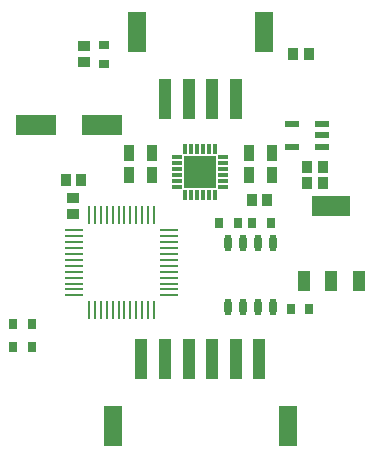
<source format=gtp>
G04 Layer_Color=7318015*
%FSAX44Y44*%
%MOMM*%
G71*
G01*
G75*
%ADD11R,1.6002X3.5052*%
%ADD12R,1.0160X3.5052*%
%ADD13R,2.6670X2.6670*%
%ADD14R,0.3048X0.8500*%
%ADD15R,0.8500X0.3048*%
%ADD16R,0.9000X1.3500*%
%ADD17R,0.7000X0.9000*%
%ADD18R,0.9000X0.7000*%
%ADD19R,0.9000X1.0000*%
%ADD20R,1.0000X0.9000*%
%ADD21O,0.6000X1.4500*%
%ADD22R,3.2500X1.7000*%
%ADD23R,1.0000X1.7000*%
%ADD24R,1.1684X0.6096*%
%ADD25R,3.4000X1.8000*%
%ADD26O,1.5500X0.2500*%
%ADD27O,0.2500X1.5500*%
D11*
X00116000Y00022850D02*
D03*
X00264000D02*
D03*
X00244000Y00357150D02*
D03*
X00136000D02*
D03*
D12*
X00240000Y00080000D02*
D03*
X00220000D02*
D03*
X00200000D02*
D03*
X00180000D02*
D03*
X00160000D02*
D03*
X00140000D02*
D03*
X00160000Y00300000D02*
D03*
X00180000D02*
D03*
X00200000D02*
D03*
X00220000D02*
D03*
D13*
X00190000Y00238505D02*
D03*
D14*
X00202500Y00218947D02*
D03*
X00197500D02*
D03*
X00192500D02*
D03*
X00187460D02*
D03*
X00182380D02*
D03*
X00177300D02*
D03*
Y00258005D02*
D03*
X00182380D02*
D03*
X00187460D02*
D03*
X00192500D02*
D03*
X00197500D02*
D03*
X00202500D02*
D03*
D15*
X00170442Y00225805D02*
D03*
Y00230885D02*
D03*
Y00235965D02*
D03*
Y00241005D02*
D03*
Y00246005D02*
D03*
Y00251005D02*
D03*
X00209500D02*
D03*
Y00246005D02*
D03*
Y00241005D02*
D03*
Y00235965D02*
D03*
Y00230885D02*
D03*
Y00225805D02*
D03*
D16*
X00230790Y00254505D02*
D03*
X00250290D02*
D03*
X00230790Y00235505D02*
D03*
X00250290D02*
D03*
X00149210Y00254505D02*
D03*
X00129710D02*
D03*
X00149210Y00235505D02*
D03*
X00129710D02*
D03*
D17*
X00031370Y00109220D02*
D03*
X00047370D02*
D03*
X00266320Y00121920D02*
D03*
X00282320D02*
D03*
X00206130Y00195325D02*
D03*
X00222130D02*
D03*
X00250070D02*
D03*
X00234070D02*
D03*
X00047370Y00090170D02*
D03*
X00031370D02*
D03*
D18*
X00108720Y00329565D02*
D03*
Y00345565D02*
D03*
D19*
X00075800Y00231140D02*
D03*
X00089300D02*
D03*
X00268250Y00338505D02*
D03*
X00281750D02*
D03*
X00233280Y00214630D02*
D03*
X00246780D02*
D03*
X00293770Y00228600D02*
D03*
X00280270D02*
D03*
X00293770Y00242570D02*
D03*
X00280270D02*
D03*
D20*
X00082550Y00216300D02*
D03*
Y00202800D02*
D03*
X00091440Y00344570D02*
D03*
Y00331070D02*
D03*
D21*
X00213360Y00123880D02*
D03*
X00226060D02*
D03*
X00238760D02*
D03*
X00251460D02*
D03*
X00213360Y00178380D02*
D03*
X00226060D02*
D03*
X00238760D02*
D03*
X00251460D02*
D03*
D22*
X00300990Y00209550D02*
D03*
D23*
X00323990Y00146050D02*
D03*
X00300990D02*
D03*
X00277990D02*
D03*
D24*
X00293170Y00259588D02*
D03*
Y00269240D02*
D03*
Y00278740D02*
D03*
X00267970D02*
D03*
Y00259588D02*
D03*
D25*
X00050490Y00278130D02*
D03*
X00106990D02*
D03*
D26*
X00082940Y00133790D02*
D03*
Y00138790D02*
D03*
Y00143790D02*
D03*
Y00148790D02*
D03*
Y00153790D02*
D03*
Y00158790D02*
D03*
Y00163790D02*
D03*
Y00168790D02*
D03*
Y00173790D02*
D03*
Y00178790D02*
D03*
Y00183790D02*
D03*
Y00188790D02*
D03*
X00163440D02*
D03*
Y00183790D02*
D03*
Y00178790D02*
D03*
Y00173790D02*
D03*
Y00168790D02*
D03*
Y00163790D02*
D03*
Y00158790D02*
D03*
Y00153790D02*
D03*
Y00148790D02*
D03*
Y00143790D02*
D03*
Y00138790D02*
D03*
Y00133790D02*
D03*
D27*
X00095690Y00201540D02*
D03*
X00100690D02*
D03*
X00105690D02*
D03*
X00110690D02*
D03*
X00115690D02*
D03*
X00120690D02*
D03*
X00125690D02*
D03*
X00130690D02*
D03*
X00135690D02*
D03*
X00140690D02*
D03*
X00145690D02*
D03*
X00150690D02*
D03*
Y00121040D02*
D03*
X00145690D02*
D03*
X00140690D02*
D03*
X00135690D02*
D03*
X00130690D02*
D03*
X00125690D02*
D03*
X00120690D02*
D03*
X00115690D02*
D03*
X00110690D02*
D03*
X00105690D02*
D03*
X00100690D02*
D03*
X00095690D02*
D03*
M02*

</source>
